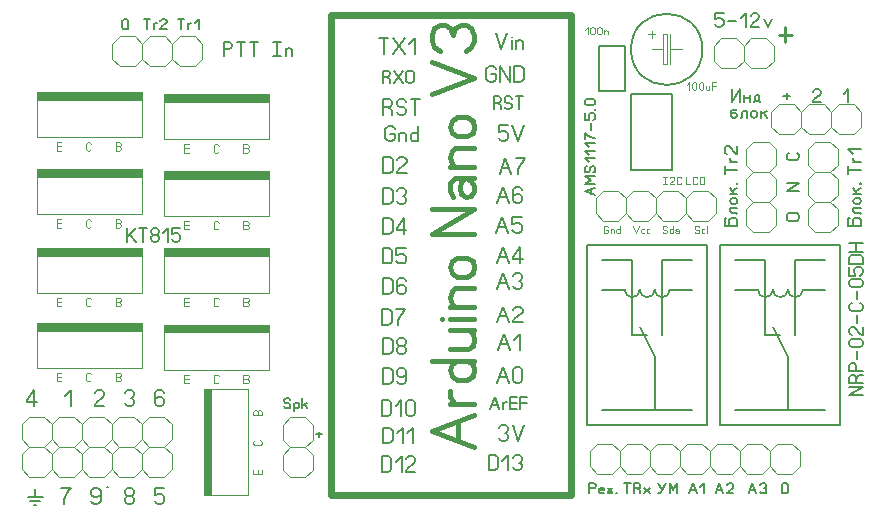
<source format=gbr>
%FSLAX34Y34*%
%MOMM*%
%LNSILK_TOP*%
G71*
G01*
%ADD10C, 0.600*%
%ADD11C, 0.440*%
%ADD12C, 0.170*%
%ADD13C, 0.133*%
%ADD14C, 0.150*%
%ADD15C, 0.159*%
%ADD16C, 0.100*%
%ADD17C, 0.206*%
%ADD18C, 0.278*%
%ADD19C, 0.111*%
%ADD20C, 0.200*%
%ADD21C, 0.191*%
%ADD22C, 0.089*%
%ADD23C, 0.144*%
%ADD24C, 0.167*%
%ADD25C, 0.000*%
%LPD*%
G54D10*
X487362Y-415800D02*
X284162Y-415800D01*
X284162Y-9400D01*
X487362Y-9400D01*
X487362Y-415800D01*
G54D11*
X404962Y-374675D02*
X369407Y-361342D01*
X404962Y-348008D01*
G54D11*
X391629Y-369342D02*
X391629Y-353342D01*
G54D11*
X404962Y-338175D02*
X384962Y-338175D01*
G54D11*
X389407Y-338175D02*
X384962Y-332842D01*
X384962Y-327508D01*
G54D11*
X404962Y-301675D02*
X369407Y-301675D01*
G54D11*
X390740Y-301675D02*
X386296Y-304342D01*
X384962Y-309675D01*
X386296Y-315008D01*
X390740Y-317675D01*
X399629Y-317675D01*
X404074Y-315008D01*
X404962Y-309675D01*
X404074Y-304342D01*
X399629Y-301675D01*
G54D11*
X384962Y-275875D02*
X404962Y-275875D01*
G54D11*
X400518Y-275875D02*
X404074Y-278542D01*
X404962Y-283875D01*
X404074Y-289208D01*
X400518Y-291875D01*
X384962Y-291875D01*
G54D11*
X404962Y-266075D02*
X384962Y-266075D01*
G54D11*
X378296Y-266075D02*
X378296Y-266075D01*
G54D11*
X404962Y-256275D02*
X384962Y-256275D01*
G54D11*
X389407Y-256275D02*
X386296Y-253608D01*
X384962Y-248275D01*
X386296Y-242942D01*
X389407Y-240275D01*
X404962Y-240275D01*
G54D11*
X399629Y-214475D02*
X390740Y-214475D01*
X386296Y-217142D01*
X384962Y-222475D01*
X386296Y-227808D01*
X390740Y-230475D01*
X399629Y-230475D01*
X404074Y-227808D01*
X404962Y-222475D01*
X404074Y-217142D01*
X399629Y-214475D01*
G54D11*
X404962Y-194375D02*
X369407Y-194375D01*
X404962Y-173042D01*
X369407Y-173042D01*
G54D11*
X387185Y-163275D02*
X384962Y-157942D01*
X384962Y-151542D01*
X389407Y-147275D01*
X404962Y-147275D01*
G54D11*
X398296Y-147275D02*
X393851Y-149942D01*
X392962Y-155275D01*
X393851Y-160608D01*
X398296Y-163275D01*
X402740Y-162208D01*
X404962Y-157942D01*
X404962Y-155275D01*
X404962Y-154208D01*
X402740Y-149942D01*
X398296Y-147275D01*
G54D11*
X404962Y-137475D02*
X384962Y-137475D01*
G54D11*
X389407Y-137475D02*
X386296Y-134808D01*
X384962Y-129475D01*
X386296Y-124142D01*
X389407Y-121475D01*
X404962Y-121475D01*
G54D11*
X399629Y-95675D02*
X390740Y-95675D01*
X386296Y-98342D01*
X384962Y-103675D01*
X386296Y-109008D01*
X390740Y-111675D01*
X399629Y-111675D01*
X404074Y-109008D01*
X404962Y-103675D01*
X404074Y-98342D01*
X399629Y-95675D01*
G54D11*
X369407Y-75575D02*
X404962Y-62242D01*
X369407Y-48908D01*
G54D11*
X376074Y-39075D02*
X371629Y-36408D01*
X369407Y-31075D01*
X369407Y-25742D01*
X371629Y-20408D01*
X376074Y-17742D01*
X380518Y-17742D01*
X384962Y-20408D01*
X387185Y-25742D01*
X389407Y-20408D01*
X393851Y-17742D01*
X398296Y-17742D01*
X402740Y-20408D01*
X404962Y-25742D01*
X404962Y-31075D01*
X402740Y-36408D01*
X398296Y-39075D01*
G54D12*
X328755Y-41713D02*
X328755Y-28380D01*
G54D12*
X324755Y-28380D02*
X332755Y-28380D01*
G54D12*
X336455Y-28380D02*
X346455Y-41713D01*
G54D12*
X336455Y-41713D02*
X346455Y-28380D01*
G54D12*
X350155Y-33380D02*
X355155Y-28380D01*
X355155Y-41713D01*
G54D13*
X330939Y-61354D02*
X333339Y-62688D01*
X334139Y-64021D01*
X334139Y-66688D01*
G54D13*
X327739Y-66688D02*
X327739Y-56021D01*
X331739Y-56021D01*
X333339Y-56688D01*
X334139Y-58021D01*
X334139Y-59354D01*
X333339Y-60688D01*
X331739Y-61354D01*
X327739Y-61354D01*
G54D13*
X337072Y-56021D02*
X345072Y-66688D01*
G54D13*
X337072Y-66688D02*
X345072Y-56021D01*
G54D13*
X354405Y-58021D02*
X354405Y-64688D01*
X353605Y-66021D01*
X352005Y-66688D01*
X350405Y-66688D01*
X348805Y-66021D01*
X348005Y-64688D01*
X348005Y-58021D01*
X348805Y-56688D01*
X350405Y-56021D01*
X352005Y-56021D01*
X353605Y-56688D01*
X354405Y-58021D01*
G54D12*
X334203Y-109354D02*
X338203Y-109354D01*
X338203Y-113520D01*
X337203Y-115187D01*
X335203Y-116020D01*
X333203Y-116020D01*
X331203Y-115187D01*
X330203Y-113520D01*
X330203Y-105187D01*
X331203Y-103520D01*
X333203Y-102687D01*
X335203Y-102687D01*
X337203Y-103520D01*
X338203Y-105187D01*
G54D12*
X341903Y-116020D02*
X341903Y-108520D01*
G54D12*
X341903Y-110187D02*
X342903Y-109020D01*
X344903Y-108520D01*
X346903Y-109020D01*
X347903Y-110187D01*
X347903Y-116020D01*
G54D12*
X357603Y-116020D02*
X357603Y-102687D01*
G54D12*
X357603Y-110687D02*
X356603Y-109020D01*
X354603Y-108520D01*
X352603Y-109020D01*
X351603Y-110687D01*
X351603Y-114020D01*
X352603Y-115687D01*
X354603Y-116020D01*
X356603Y-115687D01*
X357603Y-114020D01*
G54D12*
X328428Y-142931D02*
X328428Y-129598D01*
X333428Y-129598D01*
X335428Y-130431D01*
X336428Y-132098D01*
X336428Y-140431D01*
X335428Y-142098D01*
X333428Y-142931D01*
X328428Y-142931D01*
G54D12*
X348128Y-142931D02*
X340128Y-142931D01*
X340128Y-142098D01*
X341128Y-140431D01*
X347128Y-135431D01*
X348128Y-133764D01*
X348128Y-132098D01*
X347128Y-130431D01*
X345128Y-129598D01*
X343128Y-129598D01*
X341128Y-130431D01*
X340128Y-132098D01*
G54D12*
X328238Y-168788D02*
X328238Y-155455D01*
X333238Y-155455D01*
X335238Y-156288D01*
X336238Y-157955D01*
X336238Y-166288D01*
X335238Y-167955D01*
X333238Y-168788D01*
X328238Y-168788D01*
G54D12*
X339938Y-157955D02*
X340938Y-156288D01*
X342938Y-155455D01*
X344938Y-155455D01*
X346938Y-156288D01*
X347938Y-157955D01*
X347938Y-159621D01*
X346938Y-161288D01*
X344938Y-162121D01*
X346938Y-162955D01*
X347938Y-164621D01*
X347938Y-166288D01*
X346938Y-167955D01*
X344938Y-168788D01*
X342938Y-168788D01*
X340938Y-167955D01*
X339938Y-166288D01*
G54D12*
X328304Y-194265D02*
X328304Y-180932D01*
X333304Y-180932D01*
X335304Y-181765D01*
X336304Y-183432D01*
X336304Y-191765D01*
X335304Y-193432D01*
X333304Y-194265D01*
X328304Y-194265D01*
G54D12*
X346004Y-194265D02*
X346004Y-180932D01*
X340004Y-189265D01*
X340004Y-190932D01*
X348004Y-190932D01*
G54D12*
X327782Y-219399D02*
X327782Y-206065D01*
X332782Y-206065D01*
X334782Y-206899D01*
X335782Y-208565D01*
X335782Y-216899D01*
X334782Y-218565D01*
X332782Y-219399D01*
X327782Y-219399D01*
G54D12*
X347482Y-206065D02*
X339482Y-206065D01*
X339482Y-211899D01*
X340482Y-211899D01*
X342482Y-211065D01*
X344482Y-211065D01*
X346482Y-211899D01*
X347482Y-213565D01*
X347482Y-216899D01*
X346482Y-218565D01*
X344482Y-219399D01*
X342482Y-219399D01*
X340482Y-218565D01*
X339482Y-216899D01*
G54D12*
X328238Y-244988D02*
X328238Y-231655D01*
X333238Y-231655D01*
X335238Y-232488D01*
X336238Y-234155D01*
X336238Y-242488D01*
X335238Y-244155D01*
X333238Y-244988D01*
X328238Y-244988D01*
G54D12*
X347938Y-234155D02*
X346938Y-232488D01*
X344938Y-231655D01*
X342938Y-231655D01*
X340938Y-232488D01*
X339938Y-234155D01*
X339938Y-238321D01*
X339938Y-239155D01*
X342938Y-237488D01*
X344938Y-237488D01*
X346938Y-238321D01*
X347938Y-239988D01*
X347938Y-242488D01*
X346938Y-244155D01*
X344938Y-244988D01*
X342938Y-244988D01*
X340938Y-244155D01*
X339938Y-242488D01*
X339938Y-238321D01*
G54D12*
X327388Y-271257D02*
X327388Y-257924D01*
X332388Y-257924D01*
X334388Y-258757D01*
X335388Y-260424D01*
X335388Y-268757D01*
X334388Y-270424D01*
X332388Y-271257D01*
X327388Y-271257D01*
G54D12*
X339088Y-257924D02*
X347088Y-257924D01*
X346088Y-259590D01*
X344088Y-262090D01*
X342088Y-265424D01*
X341088Y-267924D01*
X341088Y-271257D01*
G54D12*
X328238Y-295788D02*
X328238Y-282455D01*
X333238Y-282455D01*
X335238Y-283288D01*
X336238Y-284955D01*
X336238Y-293288D01*
X335238Y-294955D01*
X333238Y-295788D01*
X328238Y-295788D01*
G54D12*
X344938Y-289121D02*
X342938Y-289121D01*
X340938Y-288288D01*
X339938Y-286621D01*
X339938Y-284955D01*
X340938Y-283288D01*
X342938Y-282455D01*
X344938Y-282455D01*
X346938Y-283288D01*
X347938Y-284955D01*
X347938Y-286621D01*
X346938Y-288288D01*
X344938Y-289121D01*
X346938Y-289955D01*
X347938Y-291621D01*
X347938Y-293288D01*
X346938Y-294955D01*
X344938Y-295788D01*
X342938Y-295788D01*
X340938Y-294955D01*
X339938Y-293288D01*
X339938Y-291621D01*
X340938Y-289955D01*
X342938Y-289121D01*
G54D12*
X328238Y-321188D02*
X328238Y-307855D01*
X333238Y-307855D01*
X335238Y-308688D01*
X336238Y-310355D01*
X336238Y-318688D01*
X335238Y-320355D01*
X333238Y-321188D01*
X328238Y-321188D01*
G54D12*
X339938Y-318688D02*
X340938Y-320355D01*
X342938Y-321188D01*
X344938Y-321188D01*
X346938Y-320355D01*
X347938Y-318688D01*
X347938Y-314521D01*
X347938Y-313688D01*
X344938Y-315355D01*
X342938Y-315355D01*
X340938Y-314521D01*
X339938Y-312855D01*
X339938Y-310355D01*
X340938Y-308688D01*
X342938Y-307855D01*
X344938Y-307855D01*
X346938Y-308688D01*
X347938Y-310355D01*
X347938Y-314521D01*
G54D12*
X327063Y-348588D02*
X327063Y-335255D01*
X332063Y-335255D01*
X334063Y-336088D01*
X335063Y-337755D01*
X335063Y-346088D01*
X334063Y-347755D01*
X332063Y-348588D01*
X327063Y-348588D01*
G54D12*
X338763Y-340255D02*
X343763Y-335255D01*
X343763Y-348588D01*
G54D12*
X355463Y-337755D02*
X355463Y-346088D01*
X354463Y-347755D01*
X352463Y-348588D01*
X350463Y-348588D01*
X348463Y-347755D01*
X347463Y-346088D01*
X347463Y-337755D01*
X348463Y-336088D01*
X350463Y-335255D01*
X352463Y-335255D01*
X354463Y-336088D01*
X355463Y-337755D01*
G54D12*
X328296Y-371666D02*
X328296Y-358333D01*
X333296Y-358333D01*
X335296Y-359166D01*
X336296Y-360833D01*
X336296Y-369166D01*
X335296Y-370833D01*
X333296Y-371666D01*
X328296Y-371666D01*
G54D12*
X339996Y-363333D02*
X344996Y-358333D01*
X344996Y-371666D01*
G54D12*
X348696Y-363333D02*
X353696Y-358333D01*
X353696Y-371666D01*
G54D12*
X327253Y-395756D02*
X327253Y-382423D01*
X332253Y-382423D01*
X334253Y-383256D01*
X335253Y-384923D01*
X335253Y-393256D01*
X334253Y-394923D01*
X332253Y-395756D01*
X327253Y-395756D01*
G54D12*
X338953Y-387423D02*
X343953Y-382423D01*
X343953Y-395756D01*
G54D12*
X355653Y-395756D02*
X347653Y-395756D01*
X347653Y-394923D01*
X348653Y-393256D01*
X354653Y-388256D01*
X355653Y-386589D01*
X355653Y-384923D01*
X354653Y-383256D01*
X352653Y-382423D01*
X350653Y-382423D01*
X348653Y-383256D01*
X347653Y-384923D01*
G54D12*
X332097Y-86791D02*
X335097Y-88458D01*
X336097Y-90125D01*
X336097Y-93458D01*
G54D12*
X328097Y-93458D02*
X328097Y-80125D01*
X333097Y-80125D01*
X335097Y-80958D01*
X336097Y-82625D01*
X336097Y-84291D01*
X335097Y-85958D01*
X333097Y-86791D01*
X328097Y-86791D01*
G54D12*
X339797Y-90958D02*
X340797Y-92625D01*
X342797Y-93458D01*
X344797Y-93458D01*
X346797Y-92625D01*
X347797Y-90958D01*
X347797Y-89291D01*
X346797Y-87625D01*
X344797Y-86791D01*
X342797Y-86791D01*
X340797Y-85958D01*
X339797Y-84291D01*
X339797Y-82625D01*
X340797Y-80958D01*
X342797Y-80125D01*
X344797Y-80125D01*
X346797Y-80958D01*
X347797Y-82625D01*
G54D12*
X355497Y-93458D02*
X355497Y-80125D01*
G54D12*
X351497Y-80125D02*
X359497Y-80125D01*
G54D12*
X417513Y-394588D02*
X417513Y-381255D01*
X422513Y-381255D01*
X424513Y-382088D01*
X425513Y-383755D01*
X425513Y-392088D01*
X424513Y-393755D01*
X422513Y-394588D01*
X417513Y-394588D01*
G54D12*
X429213Y-386255D02*
X434213Y-381255D01*
X434213Y-394588D01*
G54D12*
X437913Y-383755D02*
X438913Y-382088D01*
X440913Y-381255D01*
X442913Y-381255D01*
X444913Y-382088D01*
X445913Y-383755D01*
X445913Y-385421D01*
X444913Y-387088D01*
X442913Y-387921D01*
X444913Y-388755D01*
X445913Y-390421D01*
X445913Y-392088D01*
X444913Y-393755D01*
X442913Y-394588D01*
X440913Y-394588D01*
X438913Y-393755D01*
X437913Y-392088D01*
G54D12*
X426137Y-358467D02*
X427137Y-356800D01*
X429137Y-355967D01*
X431137Y-355967D01*
X433137Y-356800D01*
X434137Y-358467D01*
X434137Y-360133D01*
X433137Y-361800D01*
X431137Y-362633D01*
X433137Y-363467D01*
X434137Y-365133D01*
X434137Y-366800D01*
X433137Y-368467D01*
X431137Y-369300D01*
X429137Y-369300D01*
X427137Y-368467D01*
X426137Y-366800D01*
G54D12*
X437837Y-355967D02*
X442837Y-369300D01*
X447837Y-355967D01*
G54D13*
X418790Y-342913D02*
X422790Y-332246D01*
X426790Y-342913D01*
G54D13*
X420390Y-338913D02*
X425190Y-338913D01*
G54D13*
X429723Y-342913D02*
X429723Y-336913D01*
G54D13*
X429723Y-338246D02*
X431323Y-336913D01*
X432923Y-336913D01*
G54D13*
X441456Y-342913D02*
X435856Y-342913D01*
X435856Y-332246D01*
X441456Y-332246D01*
G54D13*
X435856Y-337580D02*
X441456Y-337580D01*
G54D13*
X444389Y-342913D02*
X444389Y-332246D01*
X449989Y-332246D01*
G54D13*
X444389Y-337580D02*
X449989Y-337580D01*
G54D12*
X424542Y-320492D02*
X429542Y-307159D01*
X434542Y-320492D01*
G54D12*
X426542Y-315492D02*
X432542Y-315492D01*
G54D12*
X446242Y-309659D02*
X446242Y-317992D01*
X445242Y-319659D01*
X443242Y-320492D01*
X441242Y-320492D01*
X439242Y-319659D01*
X438242Y-317992D01*
X438242Y-309659D01*
X439242Y-307992D01*
X441242Y-307159D01*
X443242Y-307159D01*
X445242Y-307992D01*
X446242Y-309659D01*
G54D12*
X425775Y-292771D02*
X430775Y-279438D01*
X435775Y-292771D01*
G54D12*
X427775Y-287771D02*
X433775Y-287771D01*
G54D12*
X439475Y-284438D02*
X444475Y-279438D01*
X444475Y-292771D01*
G54D12*
X424732Y-269235D02*
X429732Y-255902D01*
X434732Y-269235D01*
G54D12*
X426732Y-264235D02*
X432732Y-264235D01*
G54D12*
X446432Y-269235D02*
X438432Y-269235D01*
X438432Y-268402D01*
X439432Y-266735D01*
X445432Y-261735D01*
X446432Y-260069D01*
X446432Y-258402D01*
X445432Y-256735D01*
X443432Y-255902D01*
X441432Y-255902D01*
X439432Y-256735D01*
X438432Y-258402D01*
G54D12*
X424542Y-241117D02*
X429542Y-227784D01*
X434542Y-241117D01*
G54D12*
X426542Y-236117D02*
X432542Y-236117D01*
G54D12*
X438242Y-230284D02*
X439242Y-228617D01*
X441242Y-227784D01*
X443242Y-227784D01*
X445242Y-228617D01*
X446242Y-230284D01*
X446242Y-231950D01*
X445242Y-233617D01*
X443242Y-234450D01*
X445242Y-235284D01*
X446242Y-236950D01*
X446242Y-238617D01*
X445242Y-240284D01*
X443242Y-241117D01*
X441242Y-241117D01*
X439242Y-240284D01*
X438242Y-238617D01*
G54D12*
X424607Y-218973D02*
X429607Y-205640D01*
X434607Y-218973D01*
G54D12*
X426607Y-213973D02*
X432607Y-213973D01*
G54D12*
X444307Y-218973D02*
X444307Y-205640D01*
X438307Y-213973D01*
X438307Y-215640D01*
X446307Y-215640D01*
G54D12*
X424086Y-193303D02*
X429086Y-179970D01*
X434086Y-193303D01*
G54D12*
X426086Y-188303D02*
X432086Y-188303D01*
G54D12*
X445786Y-179970D02*
X437786Y-179970D01*
X437786Y-185803D01*
X438786Y-185803D01*
X440786Y-184970D01*
X442786Y-184970D01*
X444786Y-185803D01*
X445786Y-187470D01*
X445786Y-190803D01*
X444786Y-192470D01*
X442786Y-193303D01*
X440786Y-193303D01*
X438786Y-192470D01*
X437786Y-190803D01*
G54D12*
X424542Y-168092D02*
X429542Y-154759D01*
X434542Y-168092D01*
G54D12*
X426542Y-163092D02*
X432542Y-163092D01*
G54D12*
X446242Y-157259D02*
X445242Y-155592D01*
X443242Y-154759D01*
X441242Y-154759D01*
X439242Y-155592D01*
X438242Y-157259D01*
X438242Y-161425D01*
X438242Y-162259D01*
X441242Y-160592D01*
X443242Y-160592D01*
X445242Y-161425D01*
X446242Y-163092D01*
X446242Y-165592D01*
X445242Y-167259D01*
X443242Y-168092D01*
X441242Y-168092D01*
X439242Y-167259D01*
X438242Y-165592D01*
X438242Y-161425D01*
G54D12*
X426865Y-143566D02*
X431865Y-130233D01*
X436865Y-143566D01*
G54D12*
X428865Y-138566D02*
X434865Y-138566D01*
G54D12*
X440565Y-130233D02*
X448565Y-130233D01*
X447565Y-131899D01*
X445565Y-134399D01*
X443565Y-137733D01*
X442565Y-140233D01*
X442565Y-143566D01*
G54D12*
X433985Y-102440D02*
X425985Y-102440D01*
X425985Y-108273D01*
X426985Y-108273D01*
X428985Y-107440D01*
X430985Y-107440D01*
X432985Y-108273D01*
X433985Y-109940D01*
X433985Y-113273D01*
X432985Y-114940D01*
X430985Y-115773D01*
X428985Y-115773D01*
X426985Y-114940D01*
X425985Y-113273D01*
G54D12*
X437685Y-102440D02*
X442685Y-115773D01*
X447685Y-102440D01*
G54D13*
X424922Y-83325D02*
X427322Y-84658D01*
X428122Y-85992D01*
X428122Y-88658D01*
G54D13*
X421722Y-88658D02*
X421722Y-77992D01*
X425722Y-77992D01*
X427322Y-78658D01*
X428122Y-79992D01*
X428122Y-81325D01*
X427322Y-82658D01*
X425722Y-83325D01*
X421722Y-83325D01*
G54D13*
X431055Y-86658D02*
X431855Y-87992D01*
X433455Y-88658D01*
X435055Y-88658D01*
X436655Y-87992D01*
X437455Y-86658D01*
X437455Y-85325D01*
X436655Y-83992D01*
X435055Y-83325D01*
X433455Y-83325D01*
X431855Y-82658D01*
X431055Y-81325D01*
X431055Y-79992D01*
X431855Y-78658D01*
X433455Y-77992D01*
X435055Y-77992D01*
X436655Y-78658D01*
X437455Y-79992D01*
G54D13*
X443588Y-88658D02*
X443588Y-77992D01*
G54D13*
X440388Y-77992D02*
X446788Y-77992D01*
G54D12*
X419746Y-58750D02*
X423746Y-58750D01*
X423746Y-62916D01*
X422746Y-64583D01*
X420746Y-65416D01*
X418746Y-65416D01*
X416746Y-64583D01*
X415746Y-62916D01*
X415746Y-54583D01*
X416746Y-52916D01*
X418746Y-52083D01*
X420746Y-52083D01*
X422746Y-52916D01*
X423746Y-54583D01*
G54D12*
X427446Y-65416D02*
X427446Y-52083D01*
X435446Y-65416D01*
X435446Y-52083D01*
G54D12*
X439146Y-65416D02*
X439146Y-52083D01*
X444146Y-52083D01*
X446146Y-52916D01*
X447146Y-54583D01*
X447146Y-62916D01*
X446146Y-64583D01*
X444146Y-65416D01*
X439146Y-65416D01*
G54D12*
X423481Y-24576D02*
X428481Y-37909D01*
X433481Y-24576D01*
G54D12*
X437181Y-37909D02*
X437181Y-30409D01*
G54D12*
X437181Y-27909D02*
X437181Y-27909D01*
G54D12*
X440881Y-37909D02*
X440881Y-30409D01*
G54D12*
X440881Y-32076D02*
X441881Y-30909D01*
X443881Y-30409D01*
X445881Y-30909D01*
X446881Y-32076D01*
X446881Y-37909D01*
G54D14*
X538084Y-140652D02*
X573084Y-140652D01*
X573084Y-75652D01*
X538084Y-75652D01*
X538084Y-140652D01*
G54D15*
X507840Y-161739D02*
X498951Y-158406D01*
X507840Y-155072D01*
G54D15*
X504506Y-160406D02*
X504506Y-156406D01*
G54D15*
X507840Y-151961D02*
X498951Y-151961D01*
X504506Y-148628D01*
X498951Y-145294D01*
X507840Y-145294D01*
G54D15*
X506173Y-142183D02*
X507284Y-141516D01*
X507840Y-140183D01*
X507840Y-138850D01*
X507284Y-137516D01*
X506173Y-136850D01*
X505062Y-136850D01*
X503951Y-137516D01*
X503395Y-138850D01*
X503395Y-140183D01*
X502840Y-141516D01*
X501729Y-142183D01*
X500618Y-142183D01*
X499506Y-141516D01*
X498951Y-140183D01*
X498951Y-138850D01*
X499506Y-137516D01*
X500618Y-136850D01*
G54D15*
X502284Y-133739D02*
X498951Y-130406D01*
X507840Y-130406D01*
G54D15*
X502284Y-127295D02*
X498951Y-123962D01*
X507840Y-123962D01*
G54D15*
X502284Y-120851D02*
X498951Y-117518D01*
X507840Y-117518D01*
G54D15*
X498951Y-114407D02*
X498951Y-109074D01*
X500062Y-109740D01*
X501729Y-111074D01*
X503951Y-112407D01*
X505618Y-113074D01*
X507840Y-113074D01*
G54D15*
X503951Y-105963D02*
X503951Y-100630D01*
G54D15*
X498951Y-92186D02*
X498951Y-97519D01*
X502840Y-97519D01*
X502840Y-96852D01*
X502284Y-95519D01*
X502284Y-94186D01*
X502840Y-92852D01*
X503951Y-92186D01*
X506173Y-92186D01*
X507284Y-92852D01*
X507840Y-94186D01*
X507840Y-95519D01*
X507284Y-96852D01*
X506173Y-97519D01*
G54D15*
X507840Y-88542D02*
X507840Y-89075D01*
X507395Y-89075D01*
X507395Y-88542D01*
X507840Y-88542D01*
X507840Y-89075D01*
G54D15*
X500618Y-80098D02*
X506173Y-80098D01*
X507284Y-80764D01*
X507840Y-82098D01*
X507840Y-83431D01*
X507284Y-84764D01*
X506173Y-85431D01*
X500618Y-85431D01*
X499506Y-84764D01*
X498951Y-83431D01*
X498951Y-82098D01*
X499506Y-80764D01*
X500618Y-80098D01*
G54D16*
X608059Y-34882D02*
X614359Y-28582D01*
X627159Y-28582D01*
X633459Y-34882D01*
X633459Y-47682D01*
X627159Y-53982D01*
X614359Y-53982D01*
X608059Y-47682D01*
X608059Y-34882D01*
G54D16*
X633459Y-34882D02*
X639759Y-28582D01*
X652559Y-28582D01*
X658859Y-34882D01*
X658859Y-47682D01*
X652559Y-53982D01*
X639759Y-53982D01*
X633459Y-47682D01*
X633459Y-34882D01*
G54D17*
X616451Y-7418D02*
X609518Y-7418D01*
X609518Y-12473D01*
X610384Y-12473D01*
X612118Y-11751D01*
X613851Y-11751D01*
X615584Y-12473D01*
X616451Y-13918D01*
X616451Y-16806D01*
X615584Y-18251D01*
X613851Y-18973D01*
X612118Y-18973D01*
X610384Y-18251D01*
X609518Y-16806D01*
G54D17*
X620495Y-13918D02*
X627428Y-13918D01*
G54D17*
X631472Y-11751D02*
X635805Y-7418D01*
X635805Y-18973D01*
G54D17*
X646782Y-18973D02*
X639849Y-18973D01*
X639849Y-18251D01*
X640715Y-16806D01*
X645915Y-12473D01*
X646782Y-11029D01*
X646782Y-9584D01*
X645915Y-8140D01*
X644182Y-7418D01*
X642449Y-7418D01*
X640715Y-8140D01*
X639849Y-9584D01*
G54D17*
X650826Y-12473D02*
X654292Y-18973D01*
X657759Y-12473D01*
G54D18*
X668629Y-18925D02*
X668629Y-32258D01*
G54D18*
X674184Y-25592D02*
X663073Y-25592D01*
G54D16*
X174973Y-33293D02*
X168673Y-26993D01*
X155873Y-26993D01*
X149573Y-33293D01*
X149573Y-46093D01*
X155873Y-52393D01*
X168673Y-52393D01*
X174973Y-46093D01*
X174973Y-33293D01*
G54D16*
X149573Y-33293D02*
X143273Y-26993D01*
X130473Y-26993D01*
X124173Y-33293D01*
X124173Y-46093D01*
X130473Y-52393D01*
X143273Y-52393D01*
X149573Y-46093D01*
X149573Y-33293D01*
G54D16*
X124173Y-33293D02*
X117873Y-26993D01*
X105073Y-26993D01*
X98773Y-33293D01*
X98773Y-46093D01*
X105073Y-52393D01*
X117873Y-52393D01*
X124173Y-46093D01*
X124173Y-33293D01*
G54D15*
X112662Y-13968D02*
X112662Y-19523D01*
X111996Y-20634D01*
X110662Y-21190D01*
X109329Y-21190D01*
X107996Y-20634D01*
X107329Y-19523D01*
X107329Y-13968D01*
X107996Y-12856D01*
X109329Y-12301D01*
X110662Y-12301D01*
X111996Y-12856D01*
X112662Y-13968D01*
G54D15*
X128172Y-21190D02*
X128172Y-12301D01*
G54D15*
X125505Y-12301D02*
X130838Y-12301D01*
G54D15*
X133949Y-21190D02*
X133949Y-16190D01*
G54D15*
X133949Y-17301D02*
X135282Y-16190D01*
X136616Y-16190D01*
G54D15*
X145060Y-21190D02*
X139727Y-21190D01*
X139727Y-20634D01*
X140394Y-19523D01*
X144394Y-16190D01*
X145060Y-15079D01*
X145060Y-13968D01*
X144394Y-12856D01*
X143060Y-12301D01*
X141727Y-12301D01*
X140394Y-12856D01*
X139727Y-13968D01*
G54D15*
X157326Y-21190D02*
X157326Y-12301D01*
G54D15*
X154659Y-12301D02*
X159992Y-12301D01*
G54D15*
X163103Y-21190D02*
X163103Y-16190D01*
G54D15*
X163103Y-17301D02*
X164436Y-16190D01*
X165770Y-16190D01*
G54D15*
X168881Y-15634D02*
X172214Y-12301D01*
X172214Y-21190D01*
G54D17*
X193374Y-43561D02*
X193374Y-32006D01*
X197707Y-32006D01*
X199440Y-32728D01*
X200307Y-34172D01*
X200307Y-35617D01*
X199440Y-37061D01*
X197707Y-37783D01*
X193374Y-37783D01*
G54D17*
X207817Y-43561D02*
X207817Y-32006D01*
G54D17*
X204351Y-32006D02*
X211284Y-32006D01*
G54D17*
X218794Y-43561D02*
X218794Y-32006D01*
G54D17*
X215328Y-32006D02*
X222261Y-32006D01*
G54D17*
X234739Y-43561D02*
X241672Y-43561D01*
G54D17*
X238205Y-43561D02*
X238205Y-32006D01*
G54D17*
X234739Y-32006D02*
X241672Y-32006D01*
G54D17*
X245716Y-43561D02*
X245716Y-37061D01*
G54D17*
X245716Y-38506D02*
X246582Y-37494D01*
X248316Y-37061D01*
X250049Y-37494D01*
X250916Y-38506D01*
X250916Y-43561D01*
G54D14*
X511288Y-34950D02*
X533288Y-34950D01*
X533288Y-72950D01*
X511288Y-72950D01*
X511288Y-34950D01*
G54D19*
X499247Y-21582D02*
X501580Y-19249D01*
X501580Y-25471D01*
G54D19*
X507491Y-20415D02*
X507491Y-24304D01*
X507024Y-25082D01*
X506091Y-25471D01*
X505158Y-25471D01*
X504224Y-25082D01*
X503758Y-24304D01*
X503758Y-20415D01*
X504224Y-19638D01*
X505158Y-19249D01*
X506091Y-19249D01*
X507024Y-19638D01*
X507491Y-20415D01*
G54D19*
X513402Y-20415D02*
X513402Y-24304D01*
X512935Y-25082D01*
X512002Y-25471D01*
X511069Y-25471D01*
X510135Y-25082D01*
X509669Y-24304D01*
X509669Y-20415D01*
X510135Y-19638D01*
X511069Y-19249D01*
X512002Y-19249D01*
X512935Y-19638D01*
X513402Y-20415D01*
G54D19*
X515580Y-25471D02*
X515580Y-21971D01*
G54D19*
X515580Y-22749D02*
X516046Y-22204D01*
X516980Y-21971D01*
X517913Y-22204D01*
X518380Y-22749D01*
X518380Y-25471D01*
G54D16*
X565125Y-25400D02*
X565125Y-50800D01*
G54D16*
X571525Y-25400D02*
X571525Y-50800D01*
G54D16*
X555625Y-38100D02*
X565125Y-38100D01*
G54D16*
X571525Y-38100D02*
X581025Y-38100D01*
G54D16*
X552425Y-25400D02*
X558825Y-25400D01*
G54D16*
X555625Y-22200D02*
X555625Y-28600D01*
G54D20*
G75*
G01X598525Y-38100D02*
G03X598525Y-38100I-30200J0D01*
G01*
G54D16*
X565225Y-25400D02*
X568325Y-25400D01*
X568325Y-50800D01*
X565225Y-50800D01*
G54D19*
X585284Y-68435D02*
X587618Y-66102D01*
X587618Y-72324D01*
G54D19*
X593529Y-67268D02*
X593529Y-71157D01*
X593062Y-71935D01*
X592129Y-72324D01*
X591195Y-72324D01*
X590262Y-71935D01*
X589795Y-71157D01*
X589795Y-67268D01*
X590262Y-66490D01*
X591195Y-66102D01*
X592129Y-66102D01*
X593062Y-66490D01*
X593529Y-67268D01*
G54D19*
X599440Y-67268D02*
X599440Y-71157D01*
X598973Y-71935D01*
X598040Y-72324D01*
X597106Y-72324D01*
X596173Y-71935D01*
X595706Y-71157D01*
X595706Y-67268D01*
X596173Y-66490D01*
X597106Y-66102D01*
X598040Y-66102D01*
X598973Y-66490D01*
X599440Y-67268D01*
G54D19*
X604417Y-68824D02*
X604417Y-72324D01*
G54D19*
X604417Y-71546D02*
X603951Y-72168D01*
X603017Y-72324D01*
X602084Y-72168D01*
X601617Y-71546D01*
X601617Y-68824D01*
G54D19*
X606595Y-72324D02*
X606595Y-66102D01*
X609862Y-66102D01*
G54D19*
X606595Y-69213D02*
X609862Y-69213D01*
G54D16*
X706942Y-192743D02*
X713242Y-186443D01*
X713243Y-173643D01*
X706943Y-167343D01*
X694143Y-167343D01*
X687842Y-173643D01*
X687842Y-186443D01*
X694142Y-192743D01*
X706942Y-192743D01*
G54D16*
X706943Y-167343D02*
X713242Y-161043D01*
X713243Y-148243D01*
X706942Y-141943D01*
X694142Y-141943D01*
X687843Y-148243D01*
X687842Y-161043D01*
X694143Y-167343D01*
X706943Y-167343D01*
G54D16*
X706942Y-141943D02*
X713243Y-135643D01*
X713243Y-122843D01*
X706942Y-116543D01*
X694143Y-116543D01*
X687843Y-122843D01*
X687842Y-135643D01*
X694142Y-141943D01*
X706942Y-141943D01*
G54D21*
X732501Y-187508D02*
X721834Y-187508D01*
X721834Y-181108D01*
X723168Y-181108D01*
G54D21*
X725834Y-187508D02*
X725834Y-182708D01*
X727168Y-181108D01*
X731168Y-181108D01*
X732501Y-182708D01*
X732501Y-187508D01*
G54D21*
X732501Y-177375D02*
X731834Y-176575D01*
X727834Y-176575D01*
X726501Y-174975D01*
X726501Y-172575D01*
X732501Y-172575D01*
G54D21*
X730901Y-164042D02*
X728234Y-164042D01*
X726901Y-164842D01*
X726501Y-166442D01*
X726901Y-168042D01*
X728234Y-168842D01*
X730901Y-168842D01*
X732234Y-168042D01*
X732501Y-166442D01*
X732234Y-164842D01*
X730901Y-164042D01*
G54D21*
X732501Y-160309D02*
X726501Y-160309D01*
G54D21*
X728501Y-157909D02*
X732501Y-155509D01*
G54D21*
X729834Y-160309D02*
X726501Y-155509D01*
G54D21*
X732501Y-151136D02*
X732501Y-151776D01*
X731968Y-151776D01*
X731968Y-151136D01*
X732501Y-151136D01*
X732501Y-151776D01*
G54D21*
X732501Y-140310D02*
X721834Y-140310D01*
G54D21*
X721834Y-143510D02*
X721834Y-137110D01*
G54D21*
X732501Y-133377D02*
X726501Y-133377D01*
G54D21*
X727834Y-133377D02*
X726501Y-131777D01*
X726501Y-130177D01*
G54D21*
X725834Y-126444D02*
X721834Y-122444D01*
X732501Y-122444D01*
G54D21*
X671822Y-176972D02*
X678488Y-176972D01*
X679822Y-177772D01*
X680488Y-179372D01*
X680488Y-180972D01*
X679822Y-182572D01*
X678488Y-183372D01*
X671822Y-183372D01*
X670488Y-182572D01*
X669822Y-180972D01*
X669822Y-179372D01*
X670488Y-177772D01*
X671822Y-176972D01*
G54D21*
X680488Y-157667D02*
X669822Y-157667D01*
X680488Y-151267D01*
X669822Y-151267D01*
G54D21*
X678488Y-125562D02*
X679822Y-126362D01*
X680488Y-127962D01*
X680488Y-129562D01*
X679822Y-131162D01*
X678488Y-131962D01*
X671822Y-131962D01*
X670488Y-131162D01*
X669822Y-129562D01*
X669822Y-127962D01*
X670488Y-126362D01*
X671822Y-125562D01*
G54D16*
X262344Y-400391D02*
X268644Y-394091D01*
X268644Y-381291D01*
X262344Y-374991D01*
X249544Y-374991D01*
X243244Y-381291D01*
X243244Y-394091D01*
X249544Y-400391D01*
X262344Y-400391D01*
G54D16*
X262344Y-374991D02*
X268644Y-368691D01*
X268644Y-355891D01*
X262344Y-349591D01*
X249544Y-349591D01*
X243244Y-355891D01*
X243244Y-368691D01*
X249544Y-374991D01*
X262344Y-374991D01*
G54D15*
X244372Y-340449D02*
X245039Y-341560D01*
X246372Y-342115D01*
X247706Y-342115D01*
X249039Y-341560D01*
X249706Y-340449D01*
X249706Y-339338D01*
X249039Y-338226D01*
X247706Y-337671D01*
X246372Y-337671D01*
X245039Y-337115D01*
X244372Y-336004D01*
X244372Y-334893D01*
X245039Y-333782D01*
X246372Y-333226D01*
X247706Y-333226D01*
X249039Y-333782D01*
X249706Y-334893D01*
G54D15*
X252816Y-337115D02*
X252816Y-344338D01*
G54D15*
X252816Y-340449D02*
X253483Y-341893D01*
X254816Y-342115D01*
X256150Y-341893D01*
X256816Y-340782D01*
X256816Y-338560D01*
X256150Y-337449D01*
X254816Y-337115D01*
X253483Y-337449D01*
X252816Y-338782D01*
G54D15*
X259927Y-342115D02*
X259927Y-333226D01*
G54D15*
X261927Y-338782D02*
X263927Y-342115D01*
G54D15*
X259927Y-339893D02*
X263927Y-337115D01*
G54D15*
X271276Y-363913D02*
X276610Y-363913D01*
G54D15*
X273943Y-361691D02*
X273943Y-366136D01*
G54D16*
X609684Y-164076D02*
X603384Y-157776D01*
X590584Y-157776D01*
X584284Y-164076D01*
X584284Y-176876D01*
X590584Y-183176D01*
X603384Y-183176D01*
X609684Y-176876D01*
X609684Y-164076D01*
G54D16*
X584284Y-164076D02*
X577984Y-157776D01*
X565184Y-157776D01*
X558884Y-164076D01*
X558884Y-176876D01*
X565184Y-183176D01*
X577984Y-183176D01*
X584284Y-176876D01*
X584284Y-164076D01*
G54D16*
X558884Y-164076D02*
X552584Y-157776D01*
X539784Y-157776D01*
X533484Y-164076D01*
X533484Y-176876D01*
X539784Y-183176D01*
X552584Y-183176D01*
X558884Y-176876D01*
X558884Y-164076D01*
G54D16*
X533484Y-164076D02*
X527184Y-157776D01*
X514384Y-157776D01*
X508084Y-164076D01*
X508084Y-176876D01*
X514384Y-183176D01*
X527184Y-183176D01*
X533484Y-176876D01*
X533484Y-164076D01*
G54D19*
X564951Y-152256D02*
X568684Y-152256D01*
G54D19*
X566818Y-152256D02*
X566818Y-146034D01*
G54D19*
X564951Y-146034D02*
X568684Y-146034D01*
G54D19*
X574595Y-152256D02*
X570862Y-152256D01*
X570862Y-151867D01*
X571329Y-151089D01*
X574129Y-148756D01*
X574595Y-147978D01*
X574595Y-147200D01*
X574129Y-146423D01*
X573195Y-146034D01*
X572262Y-146034D01*
X571329Y-146423D01*
X570862Y-147200D01*
G54D19*
X580506Y-151089D02*
X580040Y-151867D01*
X579106Y-152256D01*
X578173Y-152256D01*
X577240Y-151867D01*
X576773Y-151089D01*
X576773Y-147200D01*
X577240Y-146423D01*
X578173Y-146034D01*
X579106Y-146034D01*
X580040Y-146423D01*
X580506Y-147200D01*
G54D19*
X584955Y-146034D02*
X584955Y-152256D01*
X588222Y-152256D01*
G54D19*
X594133Y-151089D02*
X593667Y-151867D01*
X592733Y-152256D01*
X591800Y-152256D01*
X590867Y-151867D01*
X590400Y-151089D01*
X590400Y-147200D01*
X590867Y-146423D01*
X591800Y-146034D01*
X592733Y-146034D01*
X593667Y-146423D01*
X594133Y-147200D01*
G54D19*
X596311Y-152256D02*
X596311Y-146034D01*
X598644Y-146034D01*
X599578Y-146423D01*
X600044Y-147200D01*
X600044Y-151089D01*
X599578Y-151867D01*
X598644Y-152256D01*
X596311Y-152256D01*
G54D19*
X516817Y-190735D02*
X518683Y-190735D01*
X518683Y-192680D01*
X518217Y-193457D01*
X517283Y-193846D01*
X516350Y-193846D01*
X515417Y-193457D01*
X514950Y-192680D01*
X514950Y-188791D01*
X515417Y-188013D01*
X516350Y-187624D01*
X517283Y-187624D01*
X518217Y-188013D01*
X518683Y-188791D01*
G54D19*
X520861Y-193846D02*
X520861Y-190346D01*
G54D19*
X520861Y-191124D02*
X521328Y-190580D01*
X522261Y-190346D01*
X523194Y-190580D01*
X523661Y-191124D01*
X523661Y-193846D01*
G54D19*
X528639Y-193846D02*
X528639Y-187624D01*
G54D19*
X528639Y-191357D02*
X528172Y-190580D01*
X527239Y-190346D01*
X526306Y-190580D01*
X525839Y-191357D01*
X525839Y-192913D01*
X526306Y-193691D01*
X527239Y-193846D01*
X528172Y-193691D01*
X528639Y-192913D01*
G54D19*
X539901Y-187624D02*
X542234Y-193846D01*
X544568Y-187624D01*
G54D19*
X549079Y-190580D02*
X548146Y-190346D01*
X547213Y-190580D01*
X546746Y-191357D01*
X546746Y-192913D01*
X547213Y-193691D01*
X548146Y-193846D01*
X549079Y-193691D01*
G54D19*
X553590Y-190580D02*
X552657Y-190346D01*
X551724Y-190580D01*
X551257Y-191357D01*
X551257Y-192913D01*
X551724Y-193691D01*
X552657Y-193846D01*
X553590Y-193691D01*
G54D19*
X564852Y-192680D02*
X565319Y-193457D01*
X566252Y-193846D01*
X567185Y-193846D01*
X568119Y-193457D01*
X568585Y-192680D01*
X568585Y-191902D01*
X568119Y-191124D01*
X567185Y-190735D01*
X566252Y-190735D01*
X565319Y-190346D01*
X564852Y-189568D01*
X564852Y-188791D01*
X565319Y-188013D01*
X566252Y-187624D01*
X567185Y-187624D01*
X568119Y-188013D01*
X568585Y-188791D01*
G54D19*
X573563Y-193846D02*
X573563Y-187624D01*
G54D19*
X573563Y-191357D02*
X573096Y-190580D01*
X572163Y-190346D01*
X571230Y-190580D01*
X570763Y-191357D01*
X570763Y-192913D01*
X571230Y-193691D01*
X572163Y-193846D01*
X573096Y-193691D01*
X573563Y-192913D01*
G54D19*
X575741Y-190735D02*
X576674Y-190346D01*
X577794Y-190346D01*
X578541Y-191124D01*
X578541Y-193846D01*
G54D19*
X578541Y-192680D02*
X578074Y-191902D01*
X577141Y-191746D01*
X576208Y-191902D01*
X575741Y-192680D01*
X575928Y-193457D01*
X576674Y-193846D01*
X577141Y-193846D01*
X577328Y-193846D01*
X578074Y-193457D01*
X578541Y-192680D01*
G54D19*
X592074Y-192680D02*
X592541Y-193457D01*
X593474Y-193846D01*
X594407Y-193846D01*
X595341Y-193457D01*
X595807Y-192680D01*
X595807Y-191902D01*
X595341Y-191124D01*
X594407Y-190735D01*
X593474Y-190735D01*
X592541Y-190346D01*
X592074Y-189568D01*
X592074Y-188791D01*
X592541Y-188013D01*
X593474Y-187624D01*
X594407Y-187624D01*
X595341Y-188013D01*
X595807Y-188791D01*
G54D19*
X600318Y-190580D02*
X599385Y-190346D01*
X598452Y-190580D01*
X597985Y-191357D01*
X597985Y-192913D01*
X598452Y-193691D01*
X599385Y-193846D01*
X600318Y-193691D01*
G54D19*
X602496Y-193846D02*
X602496Y-187624D01*
G36*
X123875Y-80938D02*
X35075Y-80938D01*
X35075Y-74538D01*
X123875Y-74538D01*
X123875Y-80938D01*
G37*
G54D16*
X123875Y-80938D02*
X35075Y-80938D01*
X35075Y-74538D01*
X123875Y-74538D01*
X123875Y-80938D01*
G54D16*
X123875Y-74538D02*
X123875Y-112538D01*
X34875Y-112538D01*
X34875Y-74538D01*
X123875Y-74538D01*
G54D22*
X102091Y-123844D02*
X102091Y-116733D01*
X104758Y-116733D01*
X105824Y-117177D01*
X106358Y-118066D01*
X106358Y-118955D01*
X105824Y-119844D01*
X104758Y-120288D01*
X105824Y-120733D01*
X106358Y-121622D01*
X106358Y-122510D01*
X105824Y-123399D01*
X104758Y-123844D01*
X102091Y-123844D01*
G54D22*
X102091Y-120288D02*
X104758Y-120288D01*
G54D22*
X81009Y-122510D02*
X80475Y-123399D01*
X79409Y-123844D01*
X78342Y-123844D01*
X77275Y-123399D01*
X76742Y-122510D01*
X76742Y-118066D01*
X77275Y-117177D01*
X78342Y-116733D01*
X79409Y-116733D01*
X80475Y-117177D01*
X81009Y-118066D01*
G54D22*
X55651Y-123844D02*
X51918Y-123844D01*
X51918Y-116733D01*
X55651Y-116733D01*
G54D22*
X51918Y-120288D02*
X55651Y-120288D01*
G54D23*
X95590Y-408903D02*
X94897Y-408903D01*
X94897Y-408325D01*
X95590Y-408325D01*
X95590Y-408903D01*
X94897Y-408903D01*
G54D16*
X149225Y-355550D02*
X142925Y-349250D01*
X130125Y-349250D01*
X123825Y-355550D01*
X123825Y-368350D01*
X130125Y-374650D01*
X142925Y-374650D01*
X149225Y-368350D01*
X149225Y-355550D01*
G54D16*
X149225Y-380950D02*
X142925Y-374650D01*
X130125Y-374650D01*
X123825Y-380950D01*
X123825Y-393750D01*
X130125Y-400050D01*
X142925Y-400050D01*
X149225Y-393750D01*
X149225Y-380950D01*
G54D16*
X123825Y-355550D02*
X117525Y-349250D01*
X104725Y-349250D01*
X98425Y-355550D01*
X98425Y-368350D01*
X104725Y-374650D01*
X117525Y-374650D01*
X123825Y-368350D01*
X123825Y-355550D01*
G54D16*
X123825Y-380950D02*
X117525Y-374650D01*
X104725Y-374650D01*
X98425Y-380950D01*
X98425Y-393750D01*
X104725Y-400050D01*
X117525Y-400050D01*
X123825Y-393750D01*
X123825Y-380950D01*
G54D16*
X98425Y-355550D02*
X92125Y-349250D01*
X79325Y-349250D01*
X73025Y-355550D01*
X73025Y-368350D01*
X79325Y-374650D01*
X92125Y-374650D01*
X98425Y-368350D01*
X98425Y-355550D01*
G54D16*
X98425Y-380950D02*
X92125Y-374650D01*
X79325Y-374650D01*
X73025Y-380950D01*
X73025Y-393750D01*
X79325Y-400050D01*
X92125Y-400050D01*
X98425Y-393750D01*
X98425Y-380950D01*
G54D16*
X73025Y-355550D02*
X66725Y-349250D01*
X53925Y-349250D01*
X47625Y-355550D01*
X47625Y-368350D01*
X53925Y-374650D01*
X66725Y-374650D01*
X73025Y-368350D01*
X73025Y-355550D01*
G54D16*
X73025Y-380950D02*
X66725Y-374650D01*
X53925Y-374650D01*
X47625Y-380950D01*
X47625Y-393750D01*
X53925Y-400050D01*
X66725Y-400050D01*
X73025Y-393750D01*
X73025Y-380950D01*
G54D16*
X47625Y-355550D02*
X41325Y-349250D01*
X28525Y-349250D01*
X22225Y-355550D01*
X22225Y-368350D01*
X28525Y-374650D01*
X41325Y-374650D01*
X47625Y-368350D01*
X47625Y-355550D01*
G54D16*
X47625Y-380950D02*
X41325Y-374650D01*
X28525Y-374650D01*
X22225Y-380950D01*
X22225Y-393750D01*
X28525Y-400050D01*
X41325Y-400050D01*
X47625Y-393750D01*
X47625Y-380950D01*
G54D24*
X58833Y-331818D02*
X63833Y-326818D01*
X63833Y-340152D01*
G54D24*
X92233Y-340152D02*
X84233Y-340152D01*
X84233Y-339318D01*
X85233Y-337652D01*
X91233Y-332652D01*
X92233Y-330985D01*
X92233Y-329318D01*
X91233Y-327652D01*
X89233Y-326818D01*
X87233Y-326818D01*
X85233Y-327652D01*
X84233Y-329318D01*
G54D24*
X109633Y-329318D02*
X110633Y-327652D01*
X112633Y-326818D01*
X114633Y-326818D01*
X116633Y-327652D01*
X117633Y-329318D01*
X117633Y-330985D01*
X116633Y-332652D01*
X114633Y-333485D01*
X116633Y-334318D01*
X117633Y-335985D01*
X117633Y-337652D01*
X116633Y-339318D01*
X114633Y-340152D01*
X112633Y-340152D01*
X110633Y-339318D01*
X109633Y-337652D01*
G54D24*
X33083Y-340152D02*
X33083Y-326818D01*
X27083Y-335152D01*
X27083Y-336818D01*
X35083Y-336818D01*
G54D24*
X143033Y-409368D02*
X135033Y-409368D01*
X135033Y-415202D01*
X136033Y-415202D01*
X138033Y-414368D01*
X140033Y-414368D01*
X142033Y-415202D01*
X143033Y-416868D01*
X143033Y-420202D01*
X142033Y-421868D01*
X140033Y-422702D01*
X138033Y-422702D01*
X136033Y-421868D01*
X135033Y-420202D01*
G54D24*
X143033Y-329318D02*
X142033Y-327652D01*
X140033Y-326818D01*
X138033Y-326818D01*
X136033Y-327652D01*
X135033Y-329318D01*
X135033Y-333485D01*
X135033Y-334318D01*
X138033Y-332652D01*
X140033Y-332652D01*
X142033Y-333485D01*
X143033Y-335152D01*
X143033Y-337652D01*
X142033Y-339318D01*
X140033Y-340152D01*
X138033Y-340152D01*
X136033Y-339318D01*
X135033Y-337652D01*
X135033Y-333485D01*
G54D24*
X55658Y-409368D02*
X63658Y-409368D01*
X62658Y-411035D01*
X60658Y-413535D01*
X58658Y-416868D01*
X57658Y-419368D01*
X57658Y-422702D01*
G54D24*
X114633Y-416035D02*
X112633Y-416035D01*
X110633Y-415202D01*
X109633Y-413535D01*
X109633Y-411868D01*
X110633Y-410202D01*
X112633Y-409368D01*
X114633Y-409368D01*
X116633Y-410202D01*
X117633Y-411868D01*
X117633Y-413535D01*
X116633Y-415202D01*
X114633Y-416035D01*
X116633Y-416868D01*
X117633Y-418535D01*
X117633Y-420202D01*
X116633Y-421868D01*
X114633Y-422702D01*
X112633Y-422702D01*
X110633Y-421868D01*
X109633Y-420202D01*
X109633Y-418535D01*
X110633Y-416868D01*
X112633Y-416035D01*
G54D25*
X33433Y-416352D02*
X33433Y-416352D01*
G54D25*
X33633Y-410052D02*
X33633Y-410052D01*
G54D25*
X33633Y-417052D02*
X33633Y-417052D01*
G54D20*
X27333Y-417052D02*
X33633Y-417052D01*
G54D20*
X33633Y-417052D02*
X39933Y-417052D01*
G54D20*
X33633Y-410752D02*
X33633Y-417052D01*
G54D20*
X29333Y-420752D02*
X37333Y-420752D01*
G54D20*
X32533Y-424252D02*
X34533Y-424252D01*
G36*
X231825Y-82526D02*
X143025Y-82526D01*
X143025Y-76126D01*
X231825Y-76126D01*
X231825Y-82526D01*
G37*
G54D16*
X231825Y-82526D02*
X143025Y-82526D01*
X143025Y-76126D01*
X231825Y-76126D01*
X231825Y-82526D01*
G54D16*
X231825Y-76126D02*
X231825Y-114126D01*
X142825Y-114126D01*
X142825Y-76126D01*
X231825Y-76126D01*
G54D22*
X210041Y-125431D02*
X210041Y-118320D01*
X212708Y-118320D01*
X213774Y-118765D01*
X214308Y-119653D01*
X214308Y-120542D01*
X213774Y-121431D01*
X212708Y-121876D01*
X213774Y-122320D01*
X214308Y-123209D01*
X214308Y-124098D01*
X213774Y-124987D01*
X212708Y-125431D01*
X210041Y-125431D01*
G54D22*
X210041Y-121876D02*
X212708Y-121876D01*
G54D22*
X188959Y-124098D02*
X188425Y-124987D01*
X187359Y-125431D01*
X186292Y-125431D01*
X185225Y-124987D01*
X184692Y-124098D01*
X184692Y-119653D01*
X185225Y-118765D01*
X186292Y-118320D01*
X187359Y-118320D01*
X188425Y-118765D01*
X188959Y-119653D01*
G54D22*
X163601Y-125431D02*
X159868Y-125431D01*
X159868Y-118320D01*
X163601Y-118320D01*
G54D22*
X159868Y-121876D02*
X163601Y-121876D01*
G36*
X123875Y-146026D02*
X35075Y-146026D01*
X35075Y-139626D01*
X123875Y-139626D01*
X123875Y-146026D01*
G37*
G54D16*
X123875Y-146026D02*
X35075Y-146026D01*
X35075Y-139626D01*
X123875Y-139626D01*
X123875Y-146026D01*
G54D16*
X123875Y-139626D02*
X123875Y-177626D01*
X34875Y-177626D01*
X34875Y-139626D01*
X123875Y-139626D01*
G54D22*
X102091Y-188931D02*
X102091Y-181820D01*
X104758Y-181820D01*
X105824Y-182265D01*
X106358Y-183153D01*
X106358Y-184042D01*
X105824Y-184931D01*
X104758Y-185376D01*
X105824Y-185820D01*
X106358Y-186709D01*
X106358Y-187598D01*
X105824Y-188487D01*
X104758Y-188931D01*
X102091Y-188931D01*
G54D22*
X102091Y-185376D02*
X104758Y-185376D01*
G54D22*
X81009Y-187598D02*
X80475Y-188487D01*
X79409Y-188931D01*
X78342Y-188931D01*
X77275Y-188487D01*
X76742Y-187598D01*
X76742Y-183153D01*
X77275Y-182265D01*
X78342Y-181820D01*
X79409Y-181820D01*
X80475Y-182265D01*
X81009Y-183153D01*
G54D22*
X55651Y-188931D02*
X51918Y-188931D01*
X51918Y-181820D01*
X55651Y-181820D01*
G54D22*
X51918Y-185376D02*
X55651Y-185376D01*
G36*
X231825Y-147613D02*
X143025Y-147613D01*
X143025Y-141213D01*
X231825Y-141213D01*
X231825Y-147613D01*
G37*
G54D16*
X231825Y-147613D02*
X143025Y-147613D01*
X143025Y-141213D01*
X231825Y-141213D01*
X231825Y-147613D01*
G54D16*
X231825Y-141213D02*
X231825Y-179213D01*
X142825Y-179213D01*
X142825Y-141213D01*
X231825Y-141213D01*
G54D22*
X210041Y-190519D02*
X210041Y-183408D01*
X212708Y-183408D01*
X213774Y-183852D01*
X214308Y-184741D01*
X214308Y-185630D01*
X213774Y-186519D01*
X212708Y-186963D01*
X213774Y-187408D01*
X214308Y-188296D01*
X214308Y-189185D01*
X213774Y-190074D01*
X212708Y-190519D01*
X210041Y-190519D01*
G54D22*
X210041Y-186963D02*
X212708Y-186963D01*
G54D22*
X188959Y-189185D02*
X188425Y-190074D01*
X187359Y-190519D01*
X186292Y-190519D01*
X185225Y-190074D01*
X184692Y-189185D01*
X184692Y-184741D01*
X185225Y-183852D01*
X186292Y-183408D01*
X187359Y-183408D01*
X188425Y-183852D01*
X188959Y-184741D01*
G54D22*
X163601Y-190519D02*
X159868Y-190519D01*
X159868Y-183408D01*
X163601Y-183408D01*
G54D22*
X159868Y-186963D02*
X163601Y-186963D01*
G54D23*
X111675Y-200888D02*
X111675Y-189332D01*
G54D23*
X111675Y-197277D02*
X118608Y-189332D01*
G54D23*
X114275Y-195110D02*
X118608Y-200888D01*
G54D23*
X125253Y-200888D02*
X125253Y-189332D01*
G54D23*
X121786Y-189332D02*
X128719Y-189332D01*
G54D23*
X136230Y-195110D02*
X134497Y-195110D01*
X132764Y-194388D01*
X131897Y-192943D01*
X131897Y-191499D01*
X132764Y-190054D01*
X134497Y-189332D01*
X136230Y-189332D01*
X137964Y-190054D01*
X138830Y-191499D01*
X138830Y-192943D01*
X137964Y-194388D01*
X136230Y-195110D01*
X137964Y-195832D01*
X138830Y-197277D01*
X138830Y-198721D01*
X137964Y-200166D01*
X136230Y-200888D01*
X134497Y-200888D01*
X132764Y-200166D01*
X131897Y-198721D01*
X131897Y-197277D01*
X132764Y-195832D01*
X134497Y-195110D01*
G54D23*
X142008Y-193666D02*
X146341Y-189332D01*
X146341Y-200888D01*
G54D23*
X156452Y-189332D02*
X149519Y-189332D01*
X149519Y-194388D01*
X150386Y-194388D01*
X152119Y-193666D01*
X153852Y-193666D01*
X155586Y-194388D01*
X156452Y-195832D01*
X156452Y-198721D01*
X155586Y-200166D01*
X153852Y-200888D01*
X152119Y-200888D01*
X150386Y-200166D01*
X149519Y-198721D01*
G36*
X123875Y-212701D02*
X35075Y-212701D01*
X35075Y-206301D01*
X123875Y-206301D01*
X123875Y-212701D01*
G37*
G54D16*
X123875Y-212701D02*
X35075Y-212701D01*
X35075Y-206301D01*
X123875Y-206301D01*
X123875Y-212701D01*
G54D16*
X123875Y-206301D02*
X123875Y-244301D01*
X34875Y-244301D01*
X34875Y-206301D01*
X123875Y-206301D01*
G54D22*
X102091Y-255606D02*
X102091Y-248495D01*
X104758Y-248495D01*
X105824Y-248940D01*
X106358Y-249828D01*
X106358Y-250717D01*
X105824Y-251606D01*
X104758Y-252051D01*
X105824Y-252495D01*
X106358Y-253384D01*
X106358Y-254273D01*
X105824Y-255162D01*
X104758Y-255606D01*
X102091Y-255606D01*
G54D22*
X102091Y-252051D02*
X104758Y-252051D01*
G54D22*
X81009Y-254273D02*
X80475Y-255162D01*
X79409Y-255606D01*
X78342Y-255606D01*
X77275Y-255162D01*
X76742Y-254273D01*
X76742Y-249828D01*
X77275Y-248940D01*
X78342Y-248495D01*
X79409Y-248495D01*
X80475Y-248940D01*
X81009Y-249828D01*
G54D22*
X55651Y-255606D02*
X51918Y-255606D01*
X51918Y-248495D01*
X55651Y-248495D01*
G54D22*
X51918Y-252051D02*
X55651Y-252051D01*
G36*
X231825Y-212701D02*
X143025Y-212701D01*
X143025Y-206301D01*
X231825Y-206301D01*
X231825Y-212701D01*
G37*
G54D16*
X231825Y-212701D02*
X143025Y-212701D01*
X143025Y-206301D01*
X231825Y-206301D01*
X231825Y-212701D01*
G54D16*
X231825Y-206301D02*
X231825Y-244301D01*
X142825Y-244301D01*
X142825Y-206301D01*
X231825Y-206301D01*
G54D22*
X210041Y-255606D02*
X210041Y-248495D01*
X212708Y-248495D01*
X213774Y-248940D01*
X214308Y-249828D01*
X214308Y-250717D01*
X213774Y-251606D01*
X212708Y-252051D01*
X213774Y-252495D01*
X214308Y-253384D01*
X214308Y-254273D01*
X213774Y-255162D01*
X212708Y-255606D01*
X210041Y-255606D01*
G54D22*
X210041Y-252051D02*
X212708Y-252051D01*
G54D22*
X188959Y-254273D02*
X188425Y-255162D01*
X187359Y-255606D01*
X186292Y-255606D01*
X185225Y-255162D01*
X184692Y-254273D01*
X184692Y-249828D01*
X185225Y-248940D01*
X186292Y-248495D01*
X187359Y-248495D01*
X188425Y-248940D01*
X188959Y-249828D01*
G54D22*
X163601Y-255606D02*
X159868Y-255606D01*
X159868Y-248495D01*
X163601Y-248495D01*
G54D22*
X159868Y-252051D02*
X163601Y-252051D01*
G36*
X123875Y-276201D02*
X35075Y-276201D01*
X35075Y-269801D01*
X123875Y-269801D01*
X123875Y-276201D01*
G37*
G54D16*
X123875Y-276201D02*
X35075Y-276201D01*
X35075Y-269801D01*
X123875Y-269801D01*
X123875Y-276201D01*
G54D16*
X123875Y-269801D02*
X123875Y-307801D01*
X34875Y-307801D01*
X34875Y-269801D01*
X123875Y-269801D01*
G54D22*
X102091Y-319106D02*
X102091Y-311995D01*
X104758Y-311995D01*
X105824Y-312440D01*
X106358Y-313328D01*
X106358Y-314217D01*
X105824Y-315106D01*
X104758Y-315551D01*
X105824Y-315995D01*
X106358Y-316884D01*
X106358Y-317773D01*
X105824Y-318662D01*
X104758Y-319106D01*
X102091Y-319106D01*
G54D22*
X102091Y-315551D02*
X104758Y-315551D01*
G54D22*
X81009Y-317773D02*
X80475Y-318662D01*
X79409Y-319106D01*
X78342Y-319106D01*
X77275Y-318662D01*
X76742Y-317773D01*
X76742Y-313328D01*
X77275Y-312440D01*
X78342Y-311995D01*
X79409Y-311995D01*
X80475Y-312440D01*
X81009Y-313328D01*
G54D22*
X55651Y-319106D02*
X51918Y-319106D01*
X51918Y-311995D01*
X55651Y-311995D01*
G54D22*
X51918Y-315551D02*
X55651Y-315551D01*
G36*
X231825Y-277788D02*
X143025Y-277788D01*
X143025Y-271388D01*
X231825Y-271388D01*
X231825Y-277788D01*
G37*
G54D16*
X231825Y-277788D02*
X143025Y-277788D01*
X143025Y-271388D01*
X231825Y-271388D01*
X231825Y-277788D01*
G54D16*
X231825Y-271388D02*
X231825Y-309388D01*
X142825Y-309388D01*
X142825Y-271388D01*
X231825Y-271388D01*
G54D22*
X210041Y-320694D02*
X210041Y-313583D01*
X212708Y-313583D01*
X213774Y-314027D01*
X214308Y-314916D01*
X214308Y-315805D01*
X213774Y-316694D01*
X212708Y-317138D01*
X213774Y-317583D01*
X214308Y-318472D01*
X214308Y-319360D01*
X213774Y-320249D01*
X212708Y-320694D01*
X210041Y-320694D01*
G54D22*
X210041Y-317138D02*
X212708Y-317138D01*
G54D22*
X188959Y-319360D02*
X188425Y-320249D01*
X187359Y-320694D01*
X186292Y-320694D01*
X185225Y-320249D01*
X184692Y-319360D01*
X184692Y-314916D01*
X185225Y-314027D01*
X186292Y-313583D01*
X187359Y-313583D01*
X188425Y-314027D01*
X188959Y-314916D01*
G54D22*
X163601Y-320694D02*
X159868Y-320694D01*
X159868Y-313583D01*
X163601Y-313583D01*
G54D22*
X159868Y-317138D02*
X163601Y-317138D01*
G54D20*
X602699Y-203430D02*
X501099Y-203430D01*
X501099Y-355830D01*
X602699Y-355830D01*
X602699Y-203430D01*
G54D20*
G75*
G01X558199Y-241530D02*
G03X570999Y-241530I6400J0D01*
G01*
G54D20*
G75*
G01X545499Y-241530D02*
G03X558299Y-241530I6400J0D01*
G01*
G54D20*
G75*
G01X532799Y-241530D02*
G03X545599Y-241530I6400J0D01*
G01*
G54D20*
X570949Y-241530D02*
X589999Y-241530D01*
G54D20*
X532849Y-241530D02*
X513799Y-241530D01*
G54D20*
X589999Y-343130D02*
X513799Y-343130D01*
G54D20*
X558249Y-343130D02*
X558249Y-298680D01*
X545549Y-273280D01*
G54D20*
X551899Y-279630D02*
X539199Y-279630D01*
X539199Y-216130D01*
X513799Y-216130D01*
G54D20*
X564599Y-279630D02*
X564599Y-216130D01*
X589999Y-216130D01*
G54D16*
X604922Y-378388D02*
X598622Y-372089D01*
X585822Y-372089D01*
X579522Y-378389D01*
X579522Y-391189D01*
X585822Y-397488D01*
X598622Y-397488D01*
X604922Y-391188D01*
X604922Y-378388D01*
G54D16*
X579522Y-378389D02*
X573222Y-372089D01*
X560422Y-372089D01*
X554122Y-378389D01*
X554122Y-391189D01*
X560422Y-397489D01*
X573222Y-397489D01*
X579522Y-391189D01*
X579522Y-378389D01*
G54D16*
X554122Y-378389D02*
X547822Y-372089D01*
X535022Y-372089D01*
X528722Y-378389D01*
X528722Y-391189D01*
X535022Y-397489D01*
X547822Y-397489D01*
X554122Y-391189D01*
X554122Y-378389D01*
G54D16*
X528722Y-378389D02*
X522422Y-372089D01*
X509622Y-372089D01*
X503322Y-378389D01*
X503322Y-391189D01*
X509622Y-397489D01*
X522422Y-397489D01*
X528722Y-391189D01*
X528722Y-378389D01*
G54D16*
X681122Y-378388D02*
X674822Y-372089D01*
X662022Y-372089D01*
X655722Y-378389D01*
X655722Y-391189D01*
X662022Y-397488D01*
X674822Y-397488D01*
X681122Y-391188D01*
X681122Y-378388D01*
G54D16*
X655722Y-378389D02*
X649422Y-372089D01*
X636622Y-372089D01*
X630322Y-378389D01*
X630322Y-391189D01*
X636622Y-397489D01*
X649422Y-397489D01*
X655722Y-391189D01*
X655722Y-378389D01*
G54D16*
X630322Y-378389D02*
X624022Y-372089D01*
X611222Y-372089D01*
X604922Y-378389D01*
X604922Y-391189D01*
X611222Y-397489D01*
X624022Y-397489D01*
X630322Y-391189D01*
X630322Y-378389D01*
G54D15*
X502822Y-414126D02*
X502822Y-405237D01*
X506155Y-405237D01*
X507489Y-405793D01*
X508155Y-406904D01*
X508155Y-408015D01*
X507489Y-409126D01*
X506155Y-409682D01*
X502822Y-409682D01*
G54D15*
X515266Y-413570D02*
X514199Y-414126D01*
X512866Y-414126D01*
X511533Y-413570D01*
X511266Y-412459D01*
X511266Y-410570D01*
X511933Y-409459D01*
X513266Y-409126D01*
X514599Y-409459D01*
X515266Y-410237D01*
X515266Y-411348D01*
X511266Y-411348D01*
G54D15*
X518377Y-409126D02*
X519710Y-411348D01*
X521044Y-411348D01*
X522377Y-414126D01*
G54D15*
X518377Y-414126D02*
X519710Y-411348D01*
X521044Y-411348D01*
X522377Y-409126D01*
G54D15*
X520377Y-414126D02*
X520377Y-409126D01*
G54D15*
X526021Y-414126D02*
X525488Y-414126D01*
X525488Y-413682D01*
X526021Y-413682D01*
X526021Y-414126D01*
X525488Y-414126D01*
G54D15*
X535043Y-414126D02*
X535043Y-405237D01*
G54D15*
X532376Y-405237D02*
X537709Y-405237D01*
G54D15*
X543487Y-409682D02*
X545487Y-410793D01*
X546153Y-411904D01*
X546153Y-414126D01*
G54D15*
X540820Y-414126D02*
X540820Y-405237D01*
X544153Y-405237D01*
X545487Y-405793D01*
X546153Y-406904D01*
X546153Y-408015D01*
X545487Y-409126D01*
X544153Y-409682D01*
X540820Y-409682D01*
G54D15*
X549264Y-409126D02*
X554597Y-414126D01*
G54D15*
X549264Y-414126D02*
X554597Y-409126D01*
G54D15*
X560952Y-414126D02*
X562285Y-414126D01*
X563619Y-413015D01*
X567619Y-405237D01*
G54D15*
X560952Y-405237D02*
X564285Y-410793D01*
G54D15*
X570730Y-414126D02*
X570730Y-405237D01*
X574063Y-410793D01*
X577397Y-405237D01*
X577397Y-414126D01*
G54D15*
X586996Y-414126D02*
X590329Y-405237D01*
X593663Y-414126D01*
G54D15*
X588329Y-410793D02*
X592329Y-410793D01*
G54D15*
X596774Y-408570D02*
X600107Y-405237D01*
X600107Y-414126D01*
G54D15*
X609706Y-414126D02*
X613039Y-405237D01*
X616373Y-414126D01*
G54D15*
X611039Y-410793D02*
X615039Y-410793D01*
G54D15*
X624817Y-414126D02*
X619484Y-414126D01*
X619484Y-413570D01*
X620151Y-412459D01*
X624151Y-409126D01*
X624817Y-408015D01*
X624817Y-406904D01*
X624151Y-405793D01*
X622817Y-405237D01*
X621484Y-405237D01*
X620151Y-405793D01*
X619484Y-406904D01*
G54D15*
X637660Y-414126D02*
X640993Y-405237D01*
X644327Y-414126D01*
G54D15*
X638993Y-410793D02*
X642993Y-410793D01*
G54D15*
X647438Y-406904D02*
X648105Y-405793D01*
X649438Y-405237D01*
X650771Y-405237D01*
X652105Y-405793D01*
X652771Y-406904D01*
X652771Y-408015D01*
X652105Y-409126D01*
X650771Y-409682D01*
X652105Y-410237D01*
X652771Y-411348D01*
X652771Y-412459D01*
X652105Y-413570D01*
X650771Y-414126D01*
X649438Y-414126D01*
X648105Y-413570D01*
X647438Y-412459D01*
G54D15*
X670947Y-406904D02*
X670947Y-412459D01*
X670281Y-413570D01*
X668947Y-414126D01*
X667614Y-414126D01*
X666281Y-413570D01*
X665614Y-412459D01*
X665614Y-406904D01*
X666281Y-405793D01*
X667614Y-405237D01*
X668947Y-405237D01*
X670281Y-405793D01*
X670947Y-406904D01*
G54D20*
X715411Y-203430D02*
X613811Y-203430D01*
X613811Y-355830D01*
X715411Y-355830D01*
X715411Y-203430D01*
G54D20*
G75*
G01X670911Y-241530D02*
G03X683711Y-241530I6400J0D01*
G01*
G54D20*
G75*
G01X658211Y-241530D02*
G03X671011Y-241530I6400J0D01*
G01*
G54D20*
G75*
G01X645511Y-241530D02*
G03X658311Y-241530I6400J0D01*
G01*
G54D20*
X683661Y-241530D02*
X702711Y-241530D01*
G54D20*
X645561Y-241530D02*
X626511Y-241530D01*
G54D20*
X702711Y-343130D02*
X626511Y-343130D01*
G54D20*
X670961Y-343130D02*
X670961Y-298680D01*
X658261Y-273280D01*
G54D20*
X664611Y-279630D02*
X651911Y-279630D01*
X651911Y-216130D01*
X626511Y-216130D01*
G54D20*
X677311Y-279630D02*
X677311Y-216130D01*
X702711Y-216130D01*
G54D23*
X734467Y-330696D02*
X722912Y-330696D01*
X734467Y-323762D01*
X722912Y-323762D01*
G54D23*
X728690Y-317118D02*
X730134Y-314518D01*
X731578Y-313651D01*
X734467Y-313651D01*
G54D23*
X734467Y-320585D02*
X722912Y-320585D01*
X722912Y-316251D01*
X723634Y-314518D01*
X725078Y-313651D01*
X726523Y-313651D01*
X727967Y-314518D01*
X728690Y-316251D01*
X728690Y-320585D01*
G54D23*
X734467Y-310474D02*
X722912Y-310474D01*
X722912Y-306140D01*
X723634Y-304407D01*
X725078Y-303540D01*
X726523Y-303540D01*
X727967Y-304407D01*
X728690Y-306140D01*
X728690Y-310474D01*
G54D23*
X729412Y-300363D02*
X729412Y-293429D01*
G54D23*
X725078Y-283318D02*
X732301Y-283318D01*
X733745Y-284185D01*
X734467Y-285918D01*
X734467Y-287652D01*
X733745Y-289385D01*
X732301Y-290252D01*
X725078Y-290252D01*
X723634Y-289385D01*
X722912Y-287652D01*
X722912Y-285918D01*
X723634Y-284185D01*
X725078Y-283318D01*
G54D23*
X734467Y-273207D02*
X734467Y-280141D01*
X733745Y-280141D01*
X732301Y-279274D01*
X727967Y-274074D01*
X726523Y-273207D01*
X725078Y-273207D01*
X723634Y-274074D01*
X722912Y-275807D01*
X722912Y-277541D01*
X723634Y-279274D01*
X725078Y-280141D01*
G54D23*
X729412Y-270030D02*
X729412Y-263096D01*
G54D23*
X732301Y-252985D02*
X733745Y-253852D01*
X734467Y-255585D01*
X734467Y-257319D01*
X733745Y-259052D01*
X732301Y-259919D01*
X725078Y-259919D01*
X723634Y-259052D01*
X722912Y-257319D01*
X722912Y-255585D01*
X723634Y-253852D01*
X725078Y-252985D01*
G54D23*
X729412Y-249808D02*
X729412Y-242874D01*
G54D23*
X725078Y-232763D02*
X732301Y-232763D01*
X733745Y-233630D01*
X734467Y-235363D01*
X734467Y-237097D01*
X733745Y-238830D01*
X732301Y-239697D01*
X725078Y-239697D01*
X723634Y-238830D01*
X722912Y-237097D01*
X722912Y-235363D01*
X723634Y-233630D01*
X725078Y-232763D01*
G54D23*
X722912Y-222652D02*
X722912Y-229586D01*
X727967Y-229586D01*
X727967Y-228719D01*
X727245Y-226986D01*
X727245Y-225252D01*
X727967Y-223519D01*
X729412Y-222652D01*
X732301Y-222652D01*
X733745Y-223519D01*
X734467Y-225252D01*
X734467Y-226986D01*
X733745Y-228719D01*
X732301Y-229586D01*
G54D23*
X734467Y-219475D02*
X722912Y-219475D01*
X722912Y-215141D01*
X723634Y-213408D01*
X725078Y-212541D01*
X732301Y-212541D01*
X733745Y-213408D01*
X734467Y-215141D01*
X734467Y-219475D01*
G54D23*
X734467Y-209364D02*
X722912Y-209364D01*
G54D23*
X734467Y-202430D02*
X722912Y-202430D01*
G54D23*
X728690Y-209364D02*
X728690Y-202430D01*
G54D16*
X641755Y-116542D02*
X635455Y-122842D01*
X635455Y-135643D01*
X641755Y-141943D01*
X654555Y-141943D01*
X660855Y-135643D01*
X660855Y-122842D01*
X654555Y-116542D01*
X641755Y-116542D01*
G54D16*
X641755Y-141943D02*
X635455Y-148242D01*
X635455Y-161042D01*
X641755Y-167342D01*
X654555Y-167343D01*
X660855Y-161043D01*
X660855Y-148242D01*
X654555Y-141943D01*
X641755Y-141943D01*
G54D16*
X641755Y-167342D02*
X635455Y-173643D01*
X635455Y-186442D01*
X641755Y-192742D01*
X654555Y-192743D01*
X660855Y-186443D01*
X660855Y-173643D01*
X654555Y-167343D01*
X641755Y-167342D01*
G54D21*
X628065Y-187430D02*
X617398Y-187430D01*
X617398Y-181030D01*
X618731Y-181030D01*
G54D21*
X621398Y-187430D02*
X621398Y-182630D01*
X622731Y-181030D01*
X626731Y-181030D01*
X628065Y-182630D01*
X628065Y-187430D01*
G54D21*
X628065Y-177298D02*
X627398Y-176498D01*
X623398Y-176498D01*
X622065Y-174898D01*
X622065Y-172498D01*
X628065Y-172498D01*
G54D21*
X626465Y-163964D02*
X623798Y-163964D01*
X622465Y-164764D01*
X622065Y-166364D01*
X622465Y-167964D01*
X623798Y-168764D01*
X626465Y-168764D01*
X627798Y-167964D01*
X628065Y-166364D01*
X627798Y-164764D01*
X626465Y-163964D01*
G54D21*
X628065Y-160232D02*
X622065Y-160232D01*
G54D21*
X624065Y-157832D02*
X628065Y-155432D01*
G54D21*
X625398Y-160232D02*
X622065Y-155432D01*
G54D21*
X628065Y-151058D02*
X628065Y-151698D01*
X627531Y-151698D01*
X627531Y-151058D01*
X628065Y-151058D01*
X628065Y-151698D01*
G54D21*
X628065Y-140232D02*
X617398Y-140232D01*
G54D21*
X617398Y-143432D02*
X617398Y-137032D01*
G54D21*
X628065Y-133300D02*
X622065Y-133300D01*
G54D21*
X623398Y-133300D02*
X622065Y-131700D01*
X622065Y-130100D01*
G54D21*
X628065Y-119966D02*
X628065Y-126366D01*
X627398Y-126366D01*
X626065Y-125566D01*
X622065Y-120766D01*
X620731Y-119966D01*
X619398Y-119966D01*
X618065Y-120766D01*
X617398Y-122366D01*
X617398Y-123966D01*
X618065Y-125566D01*
X619398Y-126366D01*
G54D16*
X733248Y-90943D02*
X726948Y-84643D01*
X714148Y-84643D01*
X707848Y-90943D01*
X707848Y-103743D01*
X714148Y-110043D01*
X726948Y-110043D01*
X733248Y-103743D01*
X733248Y-90943D01*
G54D16*
X707848Y-90943D02*
X701548Y-84643D01*
X688748Y-84643D01*
X682448Y-90943D01*
X682448Y-103743D01*
X688748Y-110043D01*
X701548Y-110043D01*
X707848Y-103743D01*
X707848Y-90943D01*
G54D16*
X682448Y-90943D02*
X676148Y-84643D01*
X663348Y-84643D01*
X657048Y-90943D01*
X657048Y-103743D01*
X663348Y-110043D01*
X676148Y-110043D01*
X682448Y-103743D01*
X682448Y-90943D01*
G54D21*
X622672Y-94573D02*
X622672Y-93239D01*
X624272Y-91906D01*
X625872Y-91906D01*
X627472Y-93239D01*
X627472Y-94573D01*
X625872Y-95906D01*
X624272Y-95906D01*
X622672Y-94573D01*
G54D21*
X622672Y-93239D02*
X622672Y-89906D01*
X623472Y-89239D01*
X626672Y-89239D01*
X627472Y-88573D01*
G54D21*
X631205Y-95906D02*
X632005Y-95239D01*
X632005Y-91239D01*
X633605Y-89906D01*
X636005Y-89906D01*
X636005Y-95906D01*
G54D21*
X644538Y-94306D02*
X644538Y-91639D01*
X643738Y-90306D01*
X642138Y-89906D01*
X640538Y-90306D01*
X639738Y-91639D01*
X639738Y-94306D01*
X640538Y-95639D01*
X642138Y-95906D01*
X643738Y-95639D01*
X644538Y-94306D01*
G54D21*
X648271Y-95906D02*
X648271Y-89906D01*
G54D21*
X650671Y-91906D02*
X653071Y-95906D01*
G54D21*
X648271Y-93239D02*
X653071Y-89906D01*
G54D21*
X623865Y-71806D02*
X623865Y-82473D01*
X630265Y-71806D01*
X630265Y-82473D01*
G54D21*
X633998Y-82473D02*
X633998Y-76473D01*
G54D21*
X633998Y-79140D02*
X638798Y-79140D01*
G54D21*
X638798Y-82473D02*
X638798Y-76473D01*
G54D21*
X642531Y-82473D02*
X642531Y-81806D01*
X647331Y-81806D01*
X647331Y-82473D01*
G54D21*
X643331Y-81806D02*
X643331Y-77806D01*
X644931Y-76473D01*
X646531Y-76473D01*
X646531Y-81806D01*
G54D21*
X666636Y-77806D02*
X673036Y-77806D01*
G54D21*
X669836Y-75140D02*
X669836Y-80473D01*
G54D21*
X698741Y-82473D02*
X692341Y-82473D01*
X692341Y-81806D01*
X693141Y-80473D01*
X697941Y-76473D01*
X698741Y-75140D01*
X698741Y-73806D01*
X697941Y-72473D01*
X696341Y-71806D01*
X694741Y-71806D01*
X693141Y-72473D01*
X692341Y-73806D01*
G54D21*
X718046Y-75806D02*
X722046Y-71806D01*
X722046Y-82473D01*
G54D24*
X81058Y-420202D02*
X82058Y-421868D01*
X84058Y-422702D01*
X86058Y-422702D01*
X88058Y-421868D01*
X89058Y-420202D01*
X89058Y-416035D01*
X89058Y-415202D01*
X86058Y-416868D01*
X84058Y-416868D01*
X82058Y-416035D01*
X81058Y-414368D01*
X81058Y-411868D01*
X82058Y-410202D01*
X84058Y-409368D01*
X86058Y-409368D01*
X88058Y-410202D01*
X89058Y-411868D01*
X89058Y-416035D01*
G36*
X182602Y-326066D02*
X182602Y-414866D01*
X176202Y-414866D01*
X176202Y-326066D01*
X182602Y-326066D01*
G37*
G54D16*
X182602Y-326066D02*
X182602Y-414866D01*
X176202Y-414866D01*
X176202Y-326066D01*
X182602Y-326066D01*
G54D16*
X176202Y-326066D02*
X214202Y-326066D01*
X214202Y-415066D01*
X176202Y-415066D01*
X176202Y-326066D01*
G54D22*
X225508Y-347850D02*
X218396Y-347850D01*
X218396Y-345184D01*
X218841Y-344117D01*
X219730Y-343584D01*
X220619Y-343584D01*
X221508Y-344117D01*
X221952Y-345184D01*
X222396Y-344117D01*
X223285Y-343584D01*
X224174Y-343584D01*
X225063Y-344117D01*
X225508Y-345184D01*
X225508Y-347850D01*
G54D22*
X221952Y-347850D02*
X221952Y-345184D01*
G54D22*
X224174Y-368933D02*
X225063Y-369466D01*
X225508Y-370532D01*
X225508Y-371599D01*
X225063Y-372666D01*
X224174Y-373199D01*
X219730Y-373199D01*
X218841Y-372666D01*
X218396Y-371599D01*
X218396Y-370532D01*
X218841Y-369466D01*
X219730Y-368932D01*
G54D22*
X225508Y-394290D02*
X225508Y-398023D01*
X218396Y-398023D01*
X218396Y-394290D01*
G54D22*
X221952Y-398023D02*
X221952Y-394290D01*
M02*

</source>
